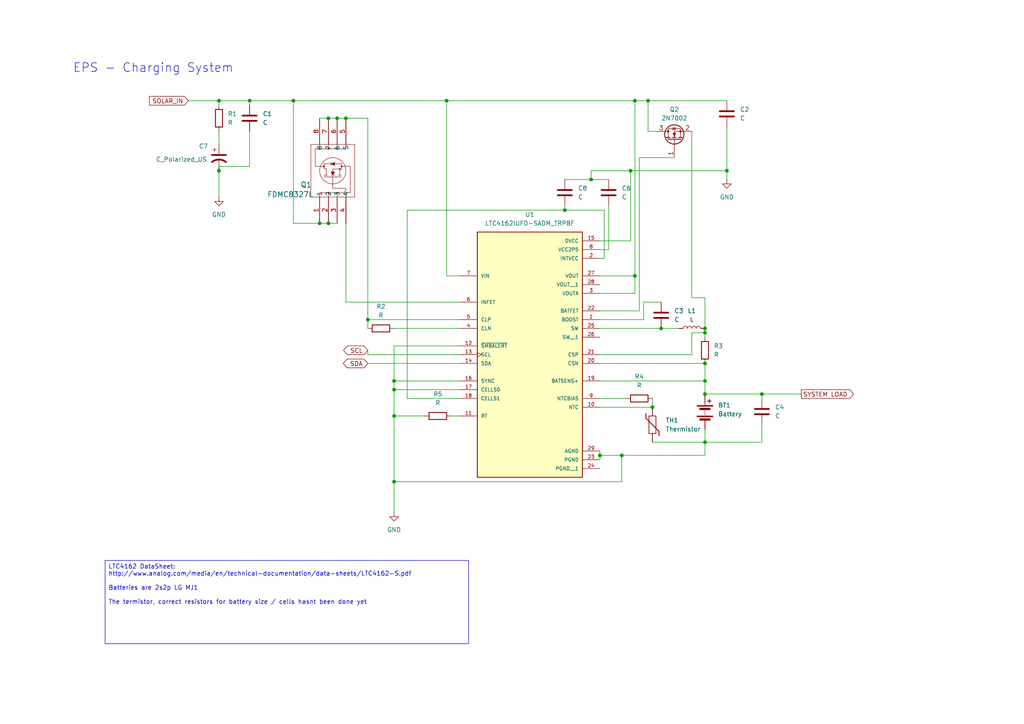
<source format=kicad_sch>
(kicad_sch (version 20250114) (generator "eeschema") (generator_version "9.0")
  (paper "A4")
  (title_block (title "Charging System") (date "2025-07-05") (rev "0.1") (company "Cubesat @ MSU") (comment 1 "Nick Grabbs"))
  (lib_symbols
    (symbol "Device:Battery" (pin_numbers (hide yes)) (pin_names (offset 0) (hide yes))
      (property "Reference" "BT" (at 2.54 2.54 0))
      (property "Value" "Battery" (at 2.54 0 0))
      (symbol "Battery_0_1"
        (rectangle (start -2.286 1.778) (end 2.286 1.524) (fill (type outline)))
        (rectangle (start -2.286 -1.27) (end 2.286 -1.524) (fill (type outline)))
        (rectangle (start -1.524 1.016) (end 1.524 0.508) (fill (type outline)))
        (rectangle (start -1.524 -2.032) (end 1.524 -2.54) (fill (type outline)))
        (polyline (pts (xy 0 1.778) (xy 0 2.54)))
        (polyline (pts (xy 0 0) (xy 0 0.254)))
        (polyline (pts (xy 0 -0.508) (xy 0 -0.254)))
        (polyline (pts (xy 0 -1.016) (xy 0 -0.762)))
        (polyline (pts (xy 0.762 3.048) (xy 1.778 3.048)) (stroke (width 0.254)))
        (polyline (pts (xy 1.27 3.556) (xy 1.27 2.54)) (stroke (width 0.254)))
      )
      (symbol "Battery_1_1"
        (pin passive line (at 0 5.08 270) (length 2.54) (name "+") (number "1"))
        (pin passive line (at 0 -5.08 90) (length 2.54) (name "-") (number "2"))
      )
    )
    (symbol "Device:C" (pin_numbers (hide yes)) (pin_names (offset 0.254))
      (property "Reference" "C" (at 0.635 2.54 0))
      (property "Value" "C" (at 0.635 -2.54 0))
      (symbol "C_0_1"
        (polyline (pts (xy -2.032 0.762) (xy 2.032 0.762)) (stroke (width 0.508)))
        (polyline (pts (xy -2.032 -0.762) (xy 2.032 -0.762)) (stroke (width 0.508)))
      )
      (symbol "C_1_1"
        (pin passive line (at 0 3.81 270) (length 2.794) (name "~") (number "1"))
        (pin passive line (at 0 -3.81 90) (length 2.794) (name "~") (number "2"))
      )
    )
    (symbol "Device:C_Polarized_US" (pin_numbers (hide yes)) (pin_names (offset 0.254) (hide yes))
      (property "Reference" "C" (at 0.635 2.54 0))
      (property "Value" "C_Polarized_US" (at 0.635 -2.54 0))
      (symbol "C_Polarized_US_0_1"
        (polyline (pts (xy -2.032 0.762) (xy 2.032 0.762)) (stroke (width 0.508)))
        (polyline (pts (xy -1.778 2.286) (xy -0.762 2.286)))
        (polyline (pts (xy -1.27 1.778) (xy -1.27 2.794)))
        (arc (start -2.032 -1.27) (mid 0 -0.5572) (end 2.032 -1.27) (stroke (width 0.508)))
      )
      (symbol "C_Polarized_US_1_1"
        (pin passive line (at 0 3.81 270) (length 2.794) (name "~") (number "1"))
        (pin passive line (at 0 -3.81 90) (length 3.302) (name "~") (number "2"))
      )
    )
    (symbol "Device:L" (pin_numbers (hide yes)) (pin_names (offset 1.016) (hide yes))
      (property "Reference" "L" (at -1.27 0 90))
      (property "Value" "L" (at 1.905 0 90))
      (symbol "L_0_1"
        (arc (start 0 2.54) (mid 0.6323 1.905) (end 0 1.27))
        (arc (start 0 1.27) (mid 0.6323 0.635) (end 0 0))
        (arc (start 0 0) (mid 0.6323 -0.635) (end 0 -1.27))
        (arc (start 0 -1.27) (mid 0.6323 -1.905) (end 0 -2.54))
      )
      (symbol "L_1_1"
        (pin passive line (at 0 3.81 270) (length 1.27) (name "1") (number "1"))
        (pin passive line (at 0 -3.81 90) (length 1.27) (name "2") (number "2"))
      )
    )
    (symbol "Device:R" (pin_numbers (hide yes)) (pin_names (offset 0))
      (property "Reference" "R" (at 2.032 0 90))
      (property "Value" "R" (at 0 0 90))
      (symbol "R_0_1"
        (rectangle (start -1.016 -2.54) (end 1.016 2.54) (stroke (width 0.254)))
      )
      (symbol "R_1_1"
        (pin passive line (at 0 3.81 270) (length 1.27) (name "~") (number "1"))
        (pin passive line (at 0 -3.81 90) (length 1.27) (name "~") (number "2"))
      )
    )
    (symbol "Device:Thermistor" (pin_numbers (hide yes)) (pin_names (offset 0))
      (property "Reference" "TH" (at 2.54 1.27 90))
      (property "Value" "Thermistor" (at -2.54 0 90))
      (symbol "Thermistor_0_1"
        (polyline (pts (xy -1.905 3.175) (xy -1.905 1.905) (xy 1.905 -1.905) (xy 1.905 -3.175) (xy 1.905 -3.175)) (stroke (width 0.254)))
        (rectangle (start -1.016 2.54) (end 1.016 -2.54) (stroke (width 0.2032)))
      )
      (symbol "Thermistor_1_1"
        (pin passive line (at 0 5.08 270) (length 2.54) (name "~") (number "1"))
        (pin passive line (at 0 -5.08 90) (length 2.54) (name "~") (number "2"))
      )
    )
    (symbol "FDMC8327L:FDMC8327L" (pin_names (offset 0.254))
      (property "Reference" "Q" (at 15.24 7.62 0))
      (property "Value" "FDMC8327L" (at 15.24 5.08 0))
      (symbol "FDMC8327L_0_1"
        (polyline (pts (xy 7.62 2.54) (xy 7.62 -10.16)) (stroke (width 0.127)))
        (polyline (pts (xy 7.62 0) (xy 8.89 0)) (stroke (width 0.127)))
        (polyline (pts (xy 7.62 -2.54) (xy 8.89 -2.54)) (stroke (width 0.127)))
        (polyline (pts (xy 7.62 -5.08) (xy 8.89 -5.08)) (stroke (width 0.127)))
        (polyline (pts (xy 7.62 -7.62) (xy 8.382 -7.62)) (stroke (width 0.127)))
        (polyline (pts (xy 7.62 -10.16) (xy 22.86 -10.16)) (stroke (width 0.127)))
        (polyline (pts (xy 8.89 0) (xy 8.89 -8.89)) (stroke (width 0.127)))
        (circle (center 8.89 -2.54) (radius 0.127) (stroke (width 0.254)))
        (circle (center 8.89 -5.08) (radius 0.127) (stroke (width 0.254)))
        (arc (start 8.382 -7.62) (mid 8.89 -7.1142) (end 9.398 -7.62) (stroke (width 0.127)))
        (polyline (pts (xy 8.89 -8.89) (xy 16.51 -8.89)) (stroke (width 0.127)))
        (polyline (pts (xy 10.16 -3.81) (xy 10.16 -7.62)) (stroke (width 0.127)))
        (polyline (pts (xy 10.16 -3.81) (xy 13.462 -3.81)) (stroke (width 0.127)))
        (polyline (pts (xy 10.16 -7.62) (xy 9.398 -7.62)) (stroke (width 0.127)))
        (polyline (pts (xy 13.462 -6.35) (xy 13.462 -1.27)) (stroke (width 0.127)))
        (polyline (pts (xy 13.97 -1.905) (xy 15.875 -1.905)) (stroke (width 0.127)))
        (polyline (pts (xy 13.97 -2.286) (xy 13.97 -1.27)) (stroke (width 0.127)))
        (polyline (pts (xy 13.97 -4.318) (xy 13.97 -3.302)) (stroke (width 0.127)))
        (polyline (pts (xy 13.97 -5.842) (xy 15.748 -5.842)) (stroke (width 0.127)))
        (polyline (pts (xy 13.97 -6.35) (xy 13.97 -5.334)) (stroke (width 0.127)))
        (polyline (pts (xy 14.986 -3.302) (xy 13.97 -3.81) (xy 14.986 -4.318)) (fill (type outline)))
        (polyline (pts (xy 14.986 -3.81) (xy 15.748 -3.81)) (stroke (width 0.127)))
        (circle (center 15.24 -3.81) (radius 3.81) (stroke (width 0.127)))
        (circle (center 15.748 -5.842) (radius 0.127) (stroke (width 0.254)))
        (polyline (pts (xy 15.748 -6.35) (xy 15.748 -3.81)) (stroke (width 0.127)))
        (polyline (pts (xy 15.748 -6.35) (xy 17.272 -6.35)) (stroke (width 0.127)))
        (polyline (pts (xy 15.875 -1.27) (xy 17.272 -1.27)) (stroke (width 0.127)))
        (polyline (pts (xy 15.875 -1.905) (xy 15.875 -1.27)) (stroke (width 0.127)))
        (polyline (pts (xy 16.51 1.27) (xy 16.51 -1.27)) (stroke (width 0.127)))
        (circle (center 16.51 -1.27) (radius 0.127) (stroke (width 0.254)))
        (circle (center 16.51 -6.35) (radius 0.127) (stroke (width 0.254)))
        (polyline (pts (xy 16.51 -8.89) (xy 16.51 -6.35)) (stroke (width 0.127)))
        (polyline (pts (xy 17.272 -3.302) (xy 17.272 -1.27)) (stroke (width 0.127)))
        (polyline (pts (xy 17.272 -6.35) (xy 17.272 -4.318)) (stroke (width 0.127)))
        (polyline (pts (xy 17.78 -3.302) (xy 16.764 -3.302)) (stroke (width 0.127)))
        (polyline (pts (xy 17.78 -4.318) (xy 16.764 -4.318) (xy 17.272 -3.302)) (fill (type outline)))
        (polyline (pts (xy 21.59 1.27) (xy 16.51 1.27)) (stroke (width 0.127)))
        (circle (center 21.59 0) (radius 0.127) (stroke (width 0.254)))
        (circle (center 21.59 -2.54) (radius 0.127) (stroke (width 0.254)))
        (circle (center 21.59 -5.08) (radius 0.127) (stroke (width 0.254)))
        (polyline (pts (xy 21.59 -7.62) (xy 21.59 1.27)) (stroke (width 0.127)))
        (polyline (pts (xy 22.86 2.54) (xy 7.62 2.54)) (stroke (width 0.127)))
        (polyline (pts (xy 22.86 0) (xy 21.59 0)) (stroke (width 0.127)))
        (polyline (pts (xy 22.86 -2.54) (xy 21.59 -2.54)) (stroke (width 0.127)))
        (polyline (pts (xy 22.86 -5.08) (xy 21.59 -5.08)) (stroke (width 0.127)))
        (polyline (pts (xy 22.86 -7.62) (xy 21.59 -7.62)) (stroke (width 0.127)))
        (polyline (pts (xy 22.86 -10.16) (xy 22.86 2.54)) (stroke (width 0.127)))
        (pin unspecified line (at 0 0 0) (length 7.62) (name "1") (number "1"))
        (pin unspecified line (at 0 -2.54 0) (length 7.62) (name "2") (number "2"))
        (pin unspecified line (at 0 -5.08 0) (length 7.62) (name "3") (number "3"))
        (pin unspecified line (at 0 -7.62 0) (length 7.62) (name "4") (number "4"))
        (pin unspecified line (at 30.48 0 180) (length 7.62) (name "8") (number "8"))
        (pin unspecified line (at 30.48 -2.54 180) (length 7.62) (name "7") (number "7"))
        (pin unspecified line (at 30.48 -5.08 180) (length 7.62) (name "6") (number "6"))
        (pin unspecified line (at 30.48 -7.62 180) (length 7.62) (name "5") (number "5"))
      )
    )
    (symbol "LTC4162IUFD-SADM_TRPBF:LTC4162IUFD-SADM_TRPBF" (pin_names (offset 1.016))
      (property "Reference" "U" (at -15.24 31.242 0))
      (property "Value" "LTC4162IUFD-SADM_TRPBF" (at -15.24 -43.18 0))
      (symbol "LTC4162IUFD-SADM_TRPBF_0_0"
        (rectangle (start -15.24 -40.64) (end 15.24 30.48) (stroke (width 0.254)) (fill (type background)))
        (pin input line (at -20.32 17.78 0) (length 5.08) (name "VIN") (number "7"))
        (pin output line (at -20.32 10.16 0) (length 5.08) (name "INFET") (number "6"))
        (pin input line (at -20.32 5.08 0) (length 5.08) (name "CLP") (number "5"))
        (pin input line (at -20.32 2.54 0) (length 5.08) (name "CLN") (number "4"))
        (pin output line (at -20.32 -2.54 0) (length 5.08) (name "~{SMBALERT}") (number "12"))
        (pin input clock (at -20.32 -5.08 0) (length 5.08) (name "SCL") (number "13"))
        (pin bidirectional line (at -20.32 -7.62 0) (length 5.08) (name "SDA") (number "14"))
        (pin input line (at -20.32 -12.7 0) (length 5.08) (name "SYNC") (number "16"))
        (pin input line (at -20.32 -15.24 0) (length 5.08) (name "CELLS0") (number "17"))
        (pin input line (at -20.32 -17.78 0) (length 5.08) (name "CELLS1") (number "18"))
        (pin passive line (at -20.32 -22.86 0) (length 5.08) (name "RT") (number "11"))
        (pin power_in line (at 20.32 27.94 180) (length 5.08) (name "DVCC") (number "15"))
        (pin power_in line (at 20.32 25.4 180) (length 5.08) (name "VCC2P5") (number "8"))
        (pin power_in line (at 20.32 22.86 180) (length 5.08) (name "INTVCC") (number "2"))
        (pin output line (at 20.32 17.78 180) (length 5.08) (name "VOUT") (number "27"))
        (pin output line (at 20.32 15.24 180) (length 5.08) (name "VOUT__1") (number "28"))
        (pin output line (at 20.32 12.7 180) (length 5.08) (name "VOUTA") (number "3"))
        (pin input line (at 20.32 7.62 180) (length 5.08) (name "BATFET") (number "22"))
        (pin passive line (at 20.32 5.08 180) (length 5.08) (name "BOOST") (number "1"))
        (pin bidirectional line (at 20.32 2.54 180) (length 5.08) (name "SW") (number "25"))
        (pin bidirectional line (at 20.32 0 180) (length 5.08) (name "SW__1") (number "26"))
        (pin input line (at 20.32 -5.08 180) (length 5.08) (name "CSP") (number "21"))
        (pin input line (at 20.32 -7.62 180) (length 5.08) (name "CSN") (number "20"))
        (pin passive line (at 20.32 -12.7 180) (length 5.08) (name "BATSENS+") (number "19"))
        (pin output line (at 20.32 -17.78 180) (length 5.08) (name "NTCBIAS") (number "9"))
        (pin input line (at 20.32 -20.32 180) (length 5.08) (name "NTC") (number "10"))
        (pin power_in line (at 20.32 -33.02 180) (length 5.08) (name "AGND") (number "29"))
        (pin power_in line (at 20.32 -35.56 180) (length 5.08) (name "PGND") (number "23"))
        (pin power_in line (at 20.32 -38.1 180) (length 5.08) (name "PGND__1") (number "24"))
      )
    )
    (symbol "Transistor_FET:2N7002" (pin_names (hide yes))
      (property "Reference" "Q" (at 5.08 1.905 0))
      (property "Value" "2N7002" (at 5.08 0 0))
      (symbol "2N7002_0_1"
        (polyline (pts (xy 0.254 1.905) (xy 0.254 -1.905)) (stroke (width 0.254)))
        (polyline (pts (xy 0.254 0) (xy -2.54 0)))
        (polyline (pts (xy 0.762 2.286) (xy 0.762 1.27)) (stroke (width 0.254)))
        (polyline (pts (xy 0.762 0.508) (xy 0.762 -0.508)) (stroke (width 0.254)))
        (polyline (pts (xy 0.762 -1.27) (xy 0.762 -2.286)) (stroke (width 0.254)))
        (polyline (pts (xy 0.762 -1.778) (xy 3.302 -1.778) (xy 3.302 1.778) (xy 0.762 1.778)))
        (polyline (pts (xy 1.016 0) (xy 2.032 0.381) (xy 2.032 -0.381) (xy 1.016 0)) (fill (type outline)))
        (circle (center 1.651 0) (radius 2.794) (stroke (width 0.254)))
        (polyline (pts (xy 2.54 2.54) (xy 2.54 1.778)))
        (circle (center 2.54 1.778) (radius 0.254) (fill (type outline)))
        (circle (center 2.54 -1.778) (radius 0.254) (fill (type outline)))
        (polyline (pts (xy 2.54 -2.54) (xy 2.54 0) (xy 0.762 0)))
        (polyline (pts (xy 2.794 0.508) (xy 2.921 0.381) (xy 3.683 0.381) (xy 3.81 0.254)))
        (polyline (pts (xy 3.302 0.381) (xy 2.921 -0.254) (xy 3.683 -0.254) (xy 3.302 0.381)))
      )
      (symbol "2N7002_1_1"
        (pin input line (at -5.08 0 0) (length 2.54) (name "G") (number "1"))
        (pin passive line (at 2.54 5.08 270) (length 2.54) (name "D") (number "3"))
        (pin passive line (at 2.54 -5.08 90) (length 2.54) (name "S") (number "2"))
      )
    )
    (symbol "power:GND" (power) (pin_numbers (hide yes)) (pin_names (offset 0) (hide yes))
      (property "Value" "GND" (at 0 -3.81 0))
      (symbol "GND_0_1"
        (polyline (pts (xy 0 0) (xy 0 -1.27) (xy 1.27 -1.27) (xy 0 -2.54) (xy -1.27 -1.27) (xy 0 -1.27)))
      )
      (symbol "GND_1_1"
        (pin power_in line (at 0 0 270) (length 0) (name "~") (number "1"))
      )
    )
  )
  (text "EPS - Charging System" (at 44.45 19.812 0) (effects (font (size 2.54 2.54))))
  (text_box "LTC4162 DataSheet: http://www.analog.com/media/en/technical-documentation/data-sheets/LTC4162-S.pdf\n\nBatteries are 2s2p LG MJ1\n\nThe termistor, correct resistors for battery size / cells hasnt been done yet" (at 30.48 162.56 0) (size 105.41 24.13) (margins 0.9525 0.9525 0.9525 0.9525) (effects (font (size 1.27 1.27)) (justify left top)))
  (junction (at 92.71 64.77))
  (junction (at 173.99 132.08))
  (junction (at 106.68 92.71))
  (junction (at 204.47 110.49))
  (junction (at 63.5 29.21))
  (junction (at 95.25 64.77))
  (junction (at 204.47 105.41))
  (junction (at 114.3 139.7))
  (junction (at 114.3 120.65))
  (junction (at 189.23 118.11))
  (junction (at 204.47 128.27))
  (junction (at 97.79 34.29))
  (junction (at 204.47 95.25))
  (junction (at 184.15 80.01))
  (junction (at 210.82 49.53))
  (junction (at 95.25 34.29))
  (junction (at 163.83 60.96))
  (junction (at 191.77 95.25))
  (junction (at 171.45 52.07))
  (junction (at 220.98 114.3))
  (junction (at 114.3 110.49))
  (junction (at 85.09 29.21))
  (junction (at 129.54 29.21))
  (junction (at 72.39 29.21))
  (junction (at 114.3 113.03))
  (junction (at 182.88 49.53))
  (junction (at 180.34 132.08))
  (junction (at 187.96 29.21))
  (junction (at 184.15 29.21))
  (junction (at 204.47 114.3))
  (junction (at 63.5 49.53))
  (junction (at 100.33 34.29))
  (junction (at 204.47 96.52))
  (wire (pts (xy 173.99 115.57) (xy 181.61 115.57)))
  (wire (pts (xy 186.69 87.63) (xy 191.77 87.63)))
  (wire (pts (xy 72.39 48.26) (xy 72.39 38.1)))
  (wire (pts (xy 191.77 95.25) (xy 196.85 95.25)))
  (wire (pts (xy 220.98 114.3) (xy 232.41 114.3)))
  (wire (pts (xy 173.99 85.09) (xy 184.15 85.09)))
  (wire (pts (xy 97.79 34.29) (xy 100.33 34.29)))
  (wire (pts (xy 173.99 95.25) (xy 191.77 95.25)))
  (wire (pts (xy 173.99 72.39) (xy 176.53 72.39)))
  (wire (pts (xy 173.99 102.87) (xy 200.66 102.87)))
  (wire (pts (xy 200.66 102.87) (xy 200.66 96.52)))
  (wire (pts (xy 106.68 92.71) (xy 133.35 92.71)))
  (wire (pts (xy 204.47 96.52) (xy 204.47 97.79)))
  (wire (pts (xy 95.25 64.77) (xy 97.79 64.77)))
  (wire (pts (xy 118.11 60.96) (xy 163.83 60.96)))
  (wire (pts (xy 92.71 64.77) (xy 85.09 64.77)))
  (wire (pts (xy 129.54 29.21) (xy 184.15 29.21)))
  (wire (pts (xy 182.88 49.53) (xy 210.82 49.53)))
  (wire (pts (xy 118.11 115.57) (xy 118.11 60.96)))
  (wire (pts (xy 185.42 45.72) (xy 195.58 45.72)))
  (wire (pts (xy 176.53 72.39) (xy 176.53 59.69)))
  (wire (pts (xy 114.3 113.03) (xy 114.3 120.65)))
  (wire (pts (xy 204.47 132.08) (xy 204.47 128.27)))
  (wire (pts (xy 114.3 120.65) (xy 114.3 139.7)))
  (wire (pts (xy 173.99 105.41) (xy 204.47 105.41)))
  (wire (pts (xy 220.98 114.3) (xy 204.47 114.3)))
  (wire (pts (xy 173.99 92.71) (xy 186.69 92.71)))
  (wire (pts (xy 200.66 86.36) (xy 200.66 38.1)))
  (wire (pts (xy 133.35 110.49) (xy 114.3 110.49)))
  (wire (pts (xy 72.39 29.21) (xy 72.39 30.48)))
  (wire (pts (xy 130.81 120.65) (xy 133.35 120.65)))
  (wire (pts (xy 173.99 69.85) (xy 182.88 69.85)))
  (wire (pts (xy 190.5 38.1) (xy 187.96 38.1)))
  (wire (pts (xy 180.34 132.08) (xy 204.47 132.08)))
  (wire (pts (xy 106.68 102.87) (xy 106.68 101.6)))
  (wire (pts (xy 189.23 128.27) (xy 204.47 128.27)))
  (wire (pts (xy 92.71 64.77) (xy 95.25 64.77)))
  (wire (pts (xy 114.3 139.7) (xy 114.3 148.59)))
  (wire (pts (xy 133.35 113.03) (xy 114.3 113.03)))
  (wire (pts (xy 63.5 57.15) (xy 63.5 49.53)))
  (wire (pts (xy 133.35 100.33) (xy 114.3 100.33)))
  (wire (pts (xy 171.45 52.07) (xy 176.53 52.07)))
  (wire (pts (xy 133.35 102.87) (xy 106.68 102.87)))
  (wire (pts (xy 100.33 64.77) (xy 100.33 87.63)))
  (wire (pts (xy 106.68 105.41) (xy 133.35 105.41)))
  (wire (pts (xy 204.47 86.36) (xy 200.66 86.36)))
  (wire (pts (xy 184.15 85.09) (xy 184.15 80.01)))
  (wire (pts (xy 173.99 130.81) (xy 173.99 132.08)))
  (wire (pts (xy 184.15 80.01) (xy 184.15 29.21)))
  (wire (pts (xy 204.47 128.27) (xy 204.47 124.46)))
  (wire (pts (xy 186.69 92.71) (xy 186.69 87.63)))
  (wire (pts (xy 204.47 110.49) (xy 204.47 114.3)))
  (wire (pts (xy 133.35 80.01) (xy 129.54 80.01)))
  (wire (pts (xy 85.09 29.21) (xy 72.39 29.21)))
  (wire (pts (xy 171.45 52.07) (xy 171.45 49.53)))
  (wire (pts (xy 114.3 100.33) (xy 114.3 110.49)))
  (wire (pts (xy 173.99 132.08) (xy 173.99 133.35)))
  (wire (pts (xy 180.34 139.7) (xy 180.34 132.08)))
  (wire (pts (xy 114.3 110.49) (xy 114.3 113.03)))
  (wire (pts (xy 163.83 60.96) (xy 175.26 60.96)))
  (wire (pts (xy 173.99 80.01) (xy 184.15 80.01)))
  (wire (pts (xy 72.39 29.21) (xy 63.5 29.21)))
  (wire (pts (xy 185.42 90.17) (xy 185.42 45.72)))
  (wire (pts (xy 114.3 95.25) (xy 133.35 95.25)))
  (wire (pts (xy 220.98 123.19) (xy 220.98 128.27)))
  (wire (pts (xy 173.99 110.49) (xy 204.47 110.49)))
  (wire (pts (xy 175.26 74.93) (xy 175.26 60.96)))
  (wire (pts (xy 200.66 96.52) (xy 204.47 96.52)))
  (wire (pts (xy 129.54 80.01) (xy 129.54 29.21)))
  (wire (pts (xy 187.96 29.21) (xy 184.15 29.21)))
  (wire (pts (xy 220.98 128.27) (xy 204.47 128.27)))
  (wire (pts (xy 173.99 74.93) (xy 175.26 74.93)))
  (wire (pts (xy 85.09 64.77) (xy 85.09 29.21)))
  (wire (pts (xy 54.61 29.21) (xy 63.5 29.21)))
  (wire (pts (xy 63.5 29.21) (xy 63.5 30.48)))
  (wire (pts (xy 106.68 92.71) (xy 106.68 95.25)))
  (wire (pts (xy 95.25 34.29) (xy 97.79 34.29)))
  (wire (pts (xy 187.96 29.21) (xy 210.82 29.21)))
  (wire (pts (xy 114.3 139.7) (xy 180.34 139.7)))
  (wire (pts (xy 173.99 118.11) (xy 189.23 118.11)))
  (wire (pts (xy 163.83 52.07) (xy 171.45 52.07)))
  (wire (pts (xy 210.82 52.07) (xy 210.82 49.53)))
  (wire (pts (xy 85.09 29.21) (xy 129.54 29.21)))
  (wire (pts (xy 204.47 95.25) (xy 204.47 96.52)))
  (wire (pts (xy 63.5 38.1) (xy 63.5 41.91)))
  (wire (pts (xy 180.34 132.08) (xy 173.99 132.08)))
  (wire (pts (xy 123.19 120.65) (xy 114.3 120.65)))
  (wire (pts (xy 187.96 38.1) (xy 187.96 29.21)))
  (wire (pts (xy 173.99 90.17) (xy 185.42 90.17)))
  (wire (pts (xy 220.98 115.57) (xy 220.98 114.3)))
  (wire (pts (xy 100.33 34.29) (xy 106.68 34.29)))
  (wire (pts (xy 204.47 95.25) (xy 204.47 86.36)))
  (wire (pts (xy 92.71 34.29) (xy 95.25 34.29)))
  (wire (pts (xy 63.5 49.53) (xy 63.5 48.26)))
  (wire (pts (xy 100.33 87.63) (xy 133.35 87.63)))
  (wire (pts (xy 171.45 49.53) (xy 182.88 49.53)))
  (wire (pts (xy 210.82 49.53) (xy 210.82 36.83)))
  (wire (pts (xy 204.47 110.49) (xy 204.47 105.41)))
  (wire (pts (xy 163.83 59.69) (xy 163.83 60.96)))
  (wire (pts (xy 106.68 34.29) (xy 106.68 92.71)))
  (wire (pts (xy 182.88 69.85) (xy 182.88 49.53)))
  (wire (pts (xy 63.5 48.26) (xy 72.39 48.26)))
  (wire (pts (xy 133.35 115.57) (xy 118.11 115.57)))
  (wire (pts (xy 189.23 115.57) (xy 189.23 118.11)))
  (global_label "SCL" (shape bidirectional) (at 106.68 101.6 180) (property "Intersheetrefs" "${INTERSHEET_REFS}" (effects (hide yes))))
  (global_label "SDA" (shape bidirectional) (at 106.68 105.41 180) (property "Intersheetrefs" "${INTERSHEET_REFS}" (effects (hide yes))))
  (global_label "SOLAR_IN" (shape input) (at 54.61 29.21 180) (property "Intersheetrefs" "${INTERSHEET_REFS}" (effects (hide yes))))
  (global_label "SYSTEM LOAD" (shape output) (at 232.41 114.3 0) (property "Intersheetrefs" "${INTERSHEET_REFS}" (effects (hide yes))))
  (symbol (lib_id "LTC4162IUFD-SADM_TRPBF:LTC4162IUFD-SADM_TRPBF") (at 153.67 97.79 0) (unit 1)
    (property "Reference" "U1" (at 153.67 62.23 0))
    (property "Value" "LTC4162IUFD-SADM_TRPBF" (at 153.67 64.77 0))
    (property "Footprint" "LTC4162IUFD-SADM_TRPBF:QFN50P500X400X80-29N" (effects (hide yes)))
    (property "PARTREV" "A" (effects (hide yes)))
    (property "STANDARD" "IPC-7351B" (effects (hide yes)))
    (property "MANUFACTURER" "Analog Devices" (effects (hide yes)))
  )
  (symbol (lib_id "Device:C") (at 163.83 55.88 0) (unit 1)
    (property "Reference" "C8" (at 167.64 54.6099 0) (effects (justify left)))
    (property "Value" "C" (at 167.64 57.1499 0) (effects (justify left)))
    (property "Description" "Unpolarized capacitor" (effects (hide yes)))
  )
  (symbol (lib_id "Device:R") (at 63.5 34.29 0) (unit 1)
    (property "Reference" "R1" (at 66.04 33.0199 0) (effects (justify left)))
    (property "Value" "R" (at 66.04 35.5599 0) (effects (justify left)))
    (property "Description" "Resistor" (effects (hide yes)))
  )
  (symbol (lib_id "Device:R") (at 185.42 115.57 90) (unit 1)
    (property "Reference" "R4" (at 185.42 109.22 90))
    (property "Value" "R" (at 185.42 111.76 90))
    (property "Description" "Resistor" (effects (hide yes)))
  )
  (symbol (lib_id "Device:Thermistor") (at 189.23 123.19 0) (unit 1)
    (property "Reference" "TH1" (at 193.04 121.9199 0) (effects (justify left)))
    (property "Value" "Thermistor" (at 193.04 124.4599 0) (effects (justify left)))
    (property "Description" "Temperature dependent resistor" (effects (hide yes)))
  )
  (symbol (lib_id "Device:C_Polarized_US") (at 63.5 45.72 0) (unit 1)
    (property "Reference" "C7" (at 57.658 42.418 0) (effects (justify left)))
    (property "Value" "C_Polarized_US" (at 45.212 46.228 0) (effects (justify left)))
    (property "Description" "Polarized capacitor, US symbol" (effects (hide yes)))
  )
  (symbol (lib_id "power:GND") (at 63.5 57.15 0) (unit 1)
    (property "Reference" "#PWR01" (effects (hide yes)))
    (property "Value" "GND" (at 63.5 62.23 0))
    (property "Description" "Power symbol creates a global label with name \"GND\" , ground" (effects (hide yes)))
  )
  (symbol (lib_id "Device:C") (at 220.98 119.38 0) (unit 1)
    (property "Reference" "C4" (at 224.79 118.1099 0) (effects (justify left)))
    (property "Value" "C" (at 224.79 120.6499 0) (effects (justify left)))
    (property "Description" "Unpolarized capacitor" (effects (hide yes)))
  )
  (symbol (lib_id "Transistor_FET:2N7002") (at 195.58 40.64 90) (unit 1)
    (property "Reference" "Q2" (at 195.58 31.75 90))
    (property "Value" "2N7002" (at 195.58 34.29 90))
    (property "Footprint" "Package_TO_SOT_SMD:SOT-23" (effects (hide yes)))
    (property "Datasheet" "https://www.onsemi.com/pub/Collateral/NDS7002A-D.PDF" (effects (hide yes)))
    (property "Description" "0.115A Id, 60V Vds, N-Channel MOSFET, SOT-23" (effects (hide yes)))
  )
  (symbol (lib_id "power:GND") (at 210.82 52.07 0) (unit 1)
    (property "Reference" "#PWR02" (effects (hide yes)))
    (property "Value" "GND" (at 210.82 57.15 0))
    (property "Description" "Power symbol creates a global label with name \"GND\" , ground" (effects (hide yes)))
  )
  (symbol (lib_id "Device:C") (at 210.82 33.02 0) (unit 1)
    (property "Reference" "C2" (at 214.63 31.7499 0) (effects (justify left)))
    (property "Value" "C" (at 214.63 34.2899 0) (effects (justify left)))
    (property "Description" "Unpolarized capacitor" (effects (hide yes)))
  )
  (symbol (lib_id "power:GND") (at 114.3 148.59 0) (unit 1)
    (property "Reference" "#PWR04" (effects (hide yes)))
    (property "Value" "GND" (at 114.3 153.67 0))
    (property "Description" "Power symbol creates a global label with name \"GND\" , ground" (effects (hide yes)))
  )
  (symbol (lib_id "Device:R") (at 127 120.65 90) (unit 1)
    (property "Reference" "R5" (at 127 114.3 90))
    (property "Value" "R" (at 127 116.84 90))
    (property "Description" "Resistor" (effects (hide yes)))
  )
  (symbol (lib_id "FDMC8327L:FDMC8327L") (at 92.71 64.77 90) (unit 1)
    (property "Reference" "Q1" (at 87.122 53.594 90) (effects (font (size 1.524 1.524)) (justify right)))
    (property "Value" "FDMC8327L" (at 77.47 56.388 90) (effects (font (size 1.524 1.524)) (justify right)))
    (property "Footprint" "WDFN8_511DR_OSI" (effects (hide yes)))
    (property "Datasheet" "FDMC8327L" (effects (hide yes)))
  )
  (symbol (lib_id "Device:R") (at 110.49 95.25 90) (unit 1)
    (property "Reference" "R2" (at 110.49 88.9 90))
    (property "Value" "R" (at 110.49 91.44 90))
    (property "Description" "Resistor" (effects (hide yes)))
  )
  (symbol (lib_id "Device:Battery") (at 204.47 119.38 0) (unit 1)
    (property "Reference" "BT1" (at 208.28 117.5384 0) (effects (justify left)))
    (property "Value" "Battery" (at 208.28 120.0784 0) (effects (justify left)))
    (property "Description" "Multiple-cell battery" (effects (hide yes)))
  )
  (symbol (lib_id "Device:C") (at 176.53 55.88 0) (unit 1)
    (property "Reference" "C6" (at 180.34 54.6099 0) (effects (justify left)))
    (property "Value" "C" (at 180.34 57.1499 0) (effects (justify left)))
    (property "Description" "Unpolarized capacitor" (effects (hide yes)))
  )
  (symbol (lib_id "Device:L") (at 200.66 95.25 90) (unit 1)
    (property "Reference" "L1" (at 200.66 90.17 90))
    (property "Value" "L" (at 200.66 92.71 90))
    (property "Description" "Inductor" (effects (hide yes)))
  )
  (symbol (lib_id "Device:C") (at 191.77 91.44 0) (unit 1)
    (property "Reference" "C3" (at 195.58 90.1699 0) (effects (justify left)))
    (property "Value" "C" (at 195.58 92.7099 0) (effects (justify left)))
    (property "Description" "Unpolarized capacitor" (effects (hide yes)))
  )
  (symbol (lib_id "Device:R") (at 204.47 101.6 0) (unit 1)
    (property "Reference" "R3" (at 207.01 100.3299 0) (effects (justify left)))
    (property "Value" "R" (at 207.01 102.8699 0) (effects (justify left)))
    (property "Description" "Resistor" (effects (hide yes)))
  )
  (symbol (lib_id "Device:C") (at 72.39 34.29 0) (unit 1)
    (property "Reference" "C1" (at 76.2 33.0199 0) (effects (justify left)))
    (property "Value" "C" (at 76.2 35.5599 0) (effects (justify left)))
    (property "Description" "Unpolarized capacitor" (effects (hide yes)))
  )
)
</source>
